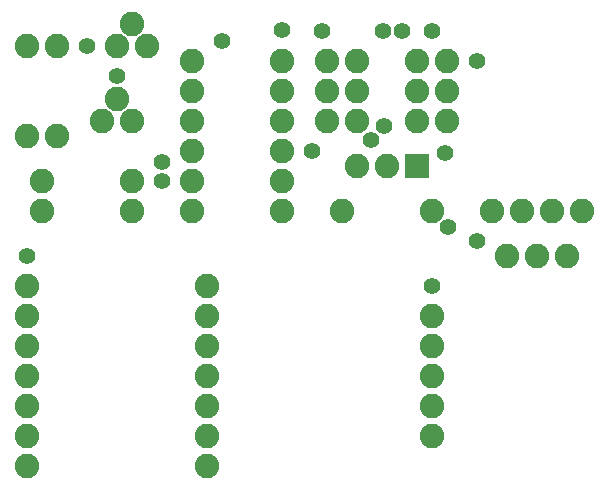
<source format=gbr>
G04 EAGLE Gerber RS-274X export*
G75*
%MOMM*%
%FSLAX34Y34*%
%LPD*%
%INSoldermask Bottom*%
%IPPOS*%
%AMOC8*
5,1,8,0,0,1.08239X$1,22.5*%
G01*
%ADD10C,2.082800*%
%ADD11R,2.082800X2.082800*%
%ADD12C,1.409600*%


D10*
X495300Y241300D03*
X469900Y241300D03*
X444500Y241300D03*
X368300Y406400D03*
X393700Y406400D03*
X368300Y381000D03*
X393700Y381000D03*
X38100Y63500D03*
X38100Y88900D03*
X38100Y114300D03*
X38100Y139700D03*
X38100Y165100D03*
X38100Y190500D03*
X38100Y215900D03*
X190500Y63500D03*
X190500Y88900D03*
X190500Y114300D03*
X190500Y139700D03*
X190500Y165100D03*
X190500Y190500D03*
X190500Y215900D03*
X254000Y304800D03*
X177800Y304800D03*
X177800Y279400D03*
X254000Y279400D03*
X177800Y330200D03*
X254000Y330200D03*
X38100Y342900D03*
X38100Y419100D03*
X63500Y342900D03*
X63500Y419100D03*
X50800Y279400D03*
X50800Y304800D03*
X127000Y279400D03*
X127000Y304800D03*
X254000Y355600D03*
X177800Y355600D03*
X254000Y381000D03*
X177800Y381000D03*
X254000Y406400D03*
X177800Y406400D03*
X101600Y355600D03*
X114300Y374650D03*
X127000Y355600D03*
X114300Y419100D03*
X127000Y438150D03*
X139700Y419100D03*
D11*
X368300Y317500D03*
D10*
X342900Y317500D03*
X317500Y317500D03*
X381000Y88900D03*
X381000Y114300D03*
X381000Y139700D03*
X381000Y165100D03*
X381000Y190500D03*
X393700Y355600D03*
X368300Y355600D03*
X292100Y406400D03*
X292100Y381000D03*
X292100Y355600D03*
X508000Y279400D03*
X482600Y279400D03*
X457200Y279400D03*
X431800Y279400D03*
X317500Y355600D03*
X317500Y381000D03*
X317500Y406400D03*
X381000Y279400D03*
X304800Y279400D03*
D12*
X38100Y241300D03*
X152400Y304800D03*
X254000Y433006D03*
X355600Y431800D03*
X329418Y339949D03*
X203200Y423355D03*
X152400Y320928D03*
X381000Y431800D03*
X88900Y419100D03*
X114300Y393700D03*
X419100Y254000D03*
X419100Y406400D03*
X279400Y330200D03*
X287845Y431800D03*
X340805Y351370D03*
X381000Y215900D03*
X391833Y328333D03*
X394784Y265616D03*
X339472Y431495D03*
M02*

</source>
